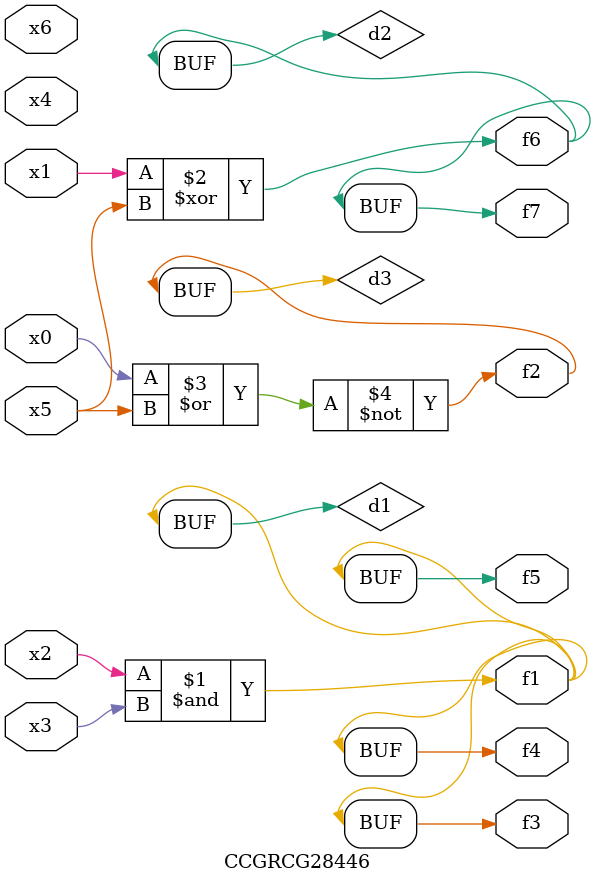
<source format=v>
module CCGRCG28446(
	input x0, x1, x2, x3, x4, x5, x6,
	output f1, f2, f3, f4, f5, f6, f7
);

	wire d1, d2, d3;

	and (d1, x2, x3);
	xor (d2, x1, x5);
	nor (d3, x0, x5);
	assign f1 = d1;
	assign f2 = d3;
	assign f3 = d1;
	assign f4 = d1;
	assign f5 = d1;
	assign f6 = d2;
	assign f7 = d2;
endmodule

</source>
